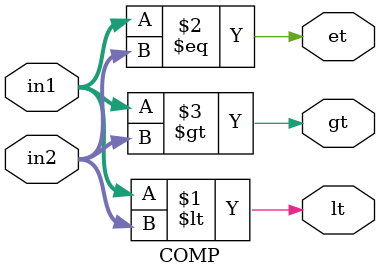
<source format=v>
module COMP(lt,gt,et,in1,in2);
input [15:0]in1,in2;
output lt,gt,et;
assign lt=in1<in2;
assign et=in1==in2;
assign gt=in1>in2;
endmodule

</source>
